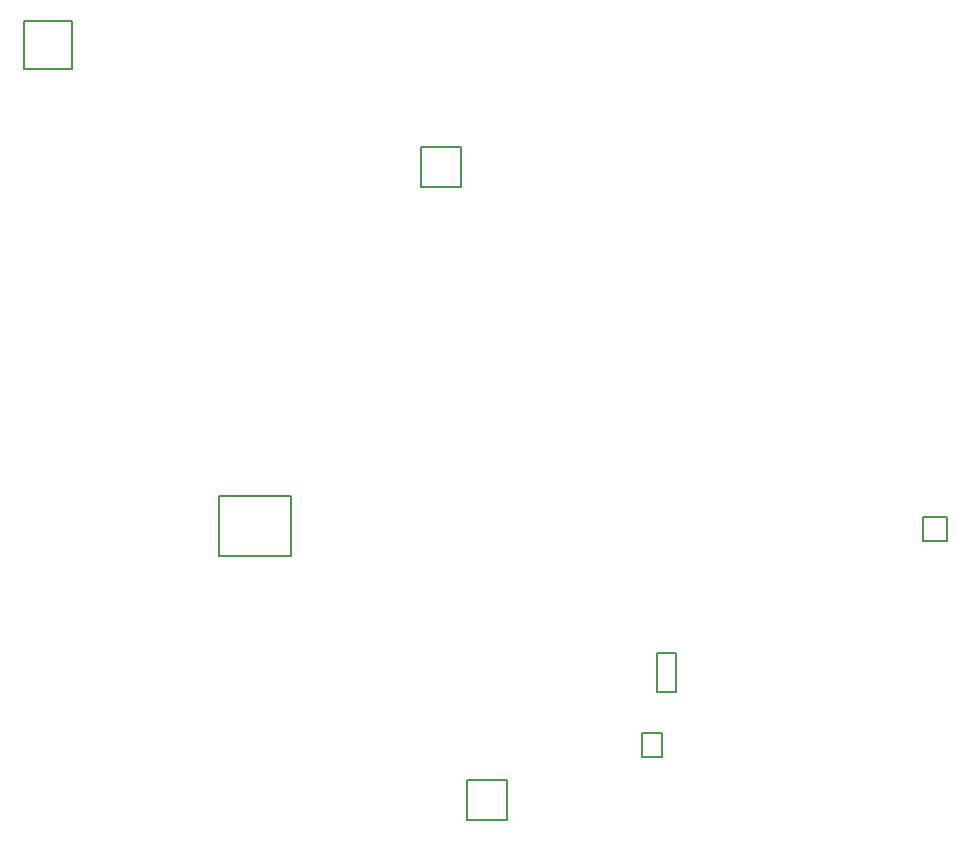
<source format=gbr>
%TF.GenerationSoftware,Altium Limited,Altium Designer,24.4.1 (13)*%
G04 Layer_Color=8388736*
%FSLAX45Y45*%
%MOMM*%
%TF.SameCoordinates,7BA59CB3-8EBC-4C6A-B4C6-80429C3BB8AE*%
%TF.FilePolarity,Positive*%
%TF.FileFunction,Other,Top_3D_Body*%
%TF.Part,Single*%
G01*
G75*
%TA.AperFunction,NonConductor*%
%ADD93C,0.20000*%
D93*
X11625692Y6078800D02*
X11825692D01*
Y6278800D01*
X11625692D02*
X11825692D01*
X11625692Y6078800D02*
Y6278800D01*
X4016800Y10075353D02*
X4416800D01*
X4016800D02*
Y10475353D01*
X4416800D01*
Y10075353D02*
Y10475353D01*
X7765773Y3715847D02*
Y4055847D01*
X8105773D01*
Y3715847D02*
Y4055847D01*
X7765773Y3715847D02*
X8105773D01*
X5665600Y5949100D02*
Y6459100D01*
X6275600D01*
Y5949100D02*
Y6459100D01*
X5665600Y5949100D02*
X6275600D01*
X7377153Y9075247D02*
Y9415247D01*
X7717153D01*
Y9075247D02*
Y9415247D01*
X7377153Y9075247D02*
X7717153D01*
X9372392Y5130700D02*
X9532392D01*
X9372392Y4800700D02*
Y5130700D01*
Y4800700D02*
X9532392D01*
Y5130700D01*
X9248892Y4454600D02*
X9418892D01*
X9248892Y4244600D02*
Y4454600D01*
Y4244600D02*
X9418892D01*
Y4454600D01*
%TF.MD5,49927900588588af1a327b230a6d3010*%
M02*

</source>
